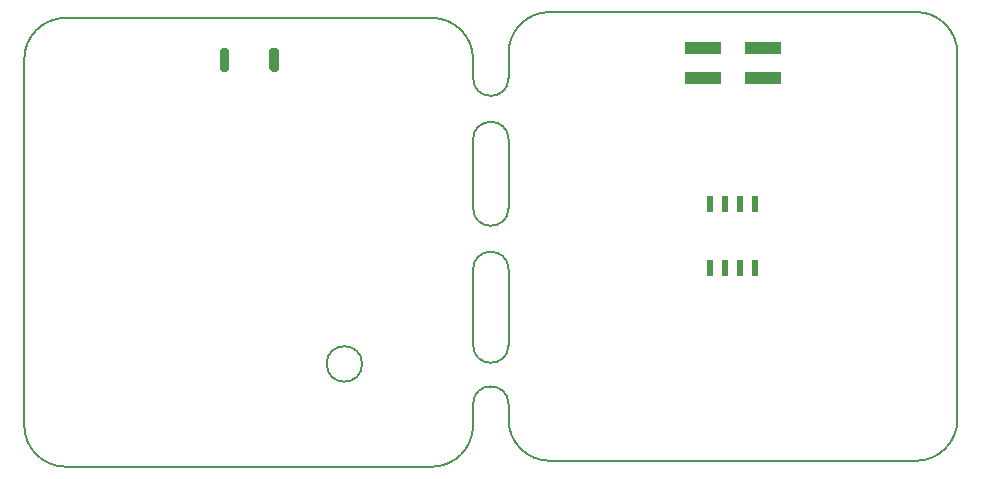
<source format=gbr>
%TF.GenerationSoftware,KiCad,Pcbnew,(5.1.8-0-10_14)*%
%TF.CreationDate,2021-08-18T19:24:50+02:00*%
%TF.ProjectId,ethersweep,65746865-7273-4776-9565-702e6b696361,2.0.1*%
%TF.SameCoordinates,Original*%
%TF.FileFunction,Paste,Bot*%
%TF.FilePolarity,Positive*%
%FSLAX46Y46*%
G04 Gerber Fmt 4.6, Leading zero omitted, Abs format (unit mm)*
G04 Created by KiCad (PCBNEW (5.1.8-0-10_14)) date 2021-08-18 19:24:50*
%MOMM*%
%LPD*%
G01*
G04 APERTURE LIST*
%TA.AperFunction,Profile*%
%ADD10C,0.150000*%
%TD*%
%ADD11R,3.150000X1.000000*%
%ADD12R,0.600000X1.400000*%
G04 APERTURE END LIST*
D10*
X198000000Y-81000000D02*
G75*
G02*
X201500000Y-84500000I0J-3500000D01*
G01*
X160500000Y-115500000D02*
X160500000Y-114200000D01*
X163500000Y-86600000D02*
X163500000Y-85000000D01*
X163500000Y-86600000D02*
G75*
G02*
X160500000Y-86600000I-1500000J0D01*
G01*
X163500000Y-115500000D02*
X163500000Y-114200000D01*
X160500000Y-86600000D02*
X160500000Y-85000000D01*
X160500000Y-114200000D02*
G75*
G02*
X163500000Y-114200000I1500000J0D01*
G01*
X163500000Y-97600000D02*
G75*
G02*
X160500000Y-97600000I-1500000J0D01*
G01*
X160500000Y-91800000D02*
G75*
G02*
X163500000Y-91800000I1500000J0D01*
G01*
X163500000Y-97600000D02*
X163500000Y-91800000D01*
X160500000Y-109200000D02*
X160500000Y-102800000D01*
X160500000Y-102800000D02*
G75*
G02*
X163500000Y-102800000I1500000J0D01*
G01*
X160500000Y-97600000D02*
X160500000Y-91800000D01*
X163500000Y-109200000D02*
X163500000Y-102800000D01*
X163500000Y-109200000D02*
G75*
G02*
X160500000Y-109200000I-1500000J0D01*
G01*
X160500000Y-116000000D02*
X160500000Y-115500000D01*
X163500000Y-84500000D02*
X163500000Y-85000000D01*
X151100000Y-110800000D02*
G75*
G03*
X151100000Y-110800000I-1500000J0D01*
G01*
X126000000Y-119500000D02*
G75*
G02*
X122500000Y-116000000I0J3500000D01*
G01*
X126000000Y-119500000D02*
X157000000Y-119500000D01*
X167000000Y-81000000D02*
X198000000Y-81000000D01*
X163500000Y-84500000D02*
G75*
G02*
X167000000Y-81000000I3500000J0D01*
G01*
X201500000Y-115500000D02*
G75*
G02*
X198000000Y-119000000I-3500000J0D01*
G01*
X167000000Y-119000000D02*
G75*
G02*
X163500000Y-115500000I0J3500000D01*
G01*
X167000000Y-119000000D02*
X198000000Y-119000000D01*
X201500000Y-115500000D02*
X201500000Y-84500000D01*
X122500000Y-85000000D02*
X122500000Y-116000000D01*
X160500000Y-116000000D02*
G75*
G02*
X157000000Y-119500000I-3500000J0D01*
G01*
X157000000Y-81500000D02*
G75*
G02*
X160500000Y-85000000I0J-3500000D01*
G01*
X122500000Y-85000000D02*
G75*
G02*
X126000000Y-81500000I3500000J0D01*
G01*
X157000000Y-81500000D02*
X126000000Y-81500000D01*
D11*
X185025000Y-84030000D03*
X179975000Y-84030000D03*
X185025000Y-86570000D03*
X179975000Y-86570000D03*
G36*
G01*
X139850000Y-84250000D02*
X139850000Y-85850000D01*
G75*
G02*
X139650000Y-86050000I-200000J0D01*
G01*
X139250000Y-86050000D01*
G75*
G02*
X139050000Y-85850000I0J200000D01*
G01*
X139050000Y-84250000D01*
G75*
G02*
X139250000Y-84050000I200000J0D01*
G01*
X139650000Y-84050000D01*
G75*
G02*
X139850000Y-84250000I0J-200000D01*
G01*
G37*
G36*
G01*
X144050000Y-84250000D02*
X144050000Y-85850000D01*
G75*
G02*
X143850000Y-86050000I-200000J0D01*
G01*
X143450000Y-86050000D01*
G75*
G02*
X143250000Y-85850000I0J200000D01*
G01*
X143250000Y-84250000D01*
G75*
G02*
X143450000Y-84050000I200000J0D01*
G01*
X143850000Y-84050000D01*
G75*
G02*
X144050000Y-84250000I0J-200000D01*
G01*
G37*
D12*
X180595000Y-97300000D03*
X181865000Y-97300000D03*
X183135000Y-97300000D03*
X184405000Y-97300000D03*
X184405000Y-102700000D03*
X183135000Y-102700000D03*
X181865000Y-102700000D03*
X180595000Y-102700000D03*
M02*

</source>
